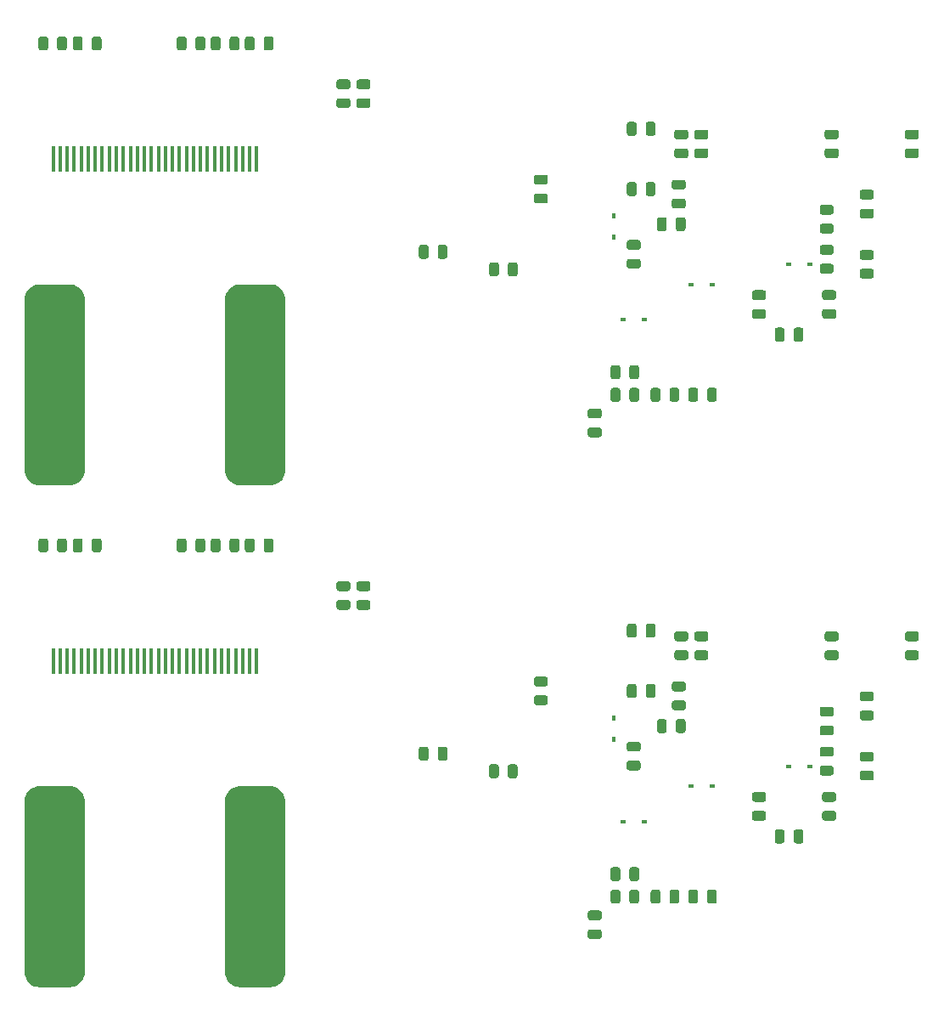
<source format=gbr>
%TF.GenerationSoftware,KiCad,Pcbnew,(5.99.0-3349-gc9824bbd9)*%
%TF.CreationDate,2020-09-17T19:38:13-07:00*%
%TF.ProjectId,Panelized_Power_Supply,50616e65-6c69-47a6-9564-5f506f776572,rev?*%
%TF.SameCoordinates,Original*%
%TF.FileFunction,Paste,Bot*%
%TF.FilePolarity,Positive*%
%FSLAX46Y46*%
G04 Gerber Fmt 4.6, Leading zero omitted, Abs format (unit mm)*
G04 Created by KiCad (PCBNEW (5.99.0-3349-gc9824bbd9)) date 2020-09-17 19:38:13*
%MOMM*%
%LPD*%
G01*
G04 APERTURE LIST*
%ADD10R,0.400000X2.500000*%
%ADD11R,0.450000X0.600000*%
%ADD12R,0.600000X0.450000*%
G04 APERTURE END LIST*
D10*
%TO.C,U10*%
X21850000Y-76500000D03*
X22550000Y-76500000D03*
X23250000Y-76500000D03*
X23950000Y-76500000D03*
X24650000Y-76500000D03*
X25350000Y-76500000D03*
X26050000Y-76500000D03*
X26750000Y-76500000D03*
X27450000Y-76500000D03*
X28150000Y-76500000D03*
X28850000Y-76500000D03*
X29550000Y-76500000D03*
X30250000Y-76500000D03*
X30950000Y-76500000D03*
X31650000Y-76500000D03*
X32350000Y-76500000D03*
X33050000Y-76500000D03*
X33750000Y-76500000D03*
X34450000Y-76500000D03*
X35150000Y-76500000D03*
X35850000Y-76500000D03*
X36550000Y-76500000D03*
X37250000Y-76500000D03*
X37950000Y-76500000D03*
X38650000Y-76500000D03*
X39350000Y-76500000D03*
X40050000Y-76500000D03*
X40750000Y-76500000D03*
X41450000Y-76500000D03*
X42150000Y-76500000D03*
%TD*%
%TO.C,J3*%
G36*
X23742221Y-89009554D02*
G01*
X23978169Y-89067710D01*
X24201732Y-89162961D01*
X24407121Y-89292841D01*
X24589016Y-89453986D01*
X24742706Y-89642222D01*
X24864210Y-89852674D01*
X24950382Y-90079892D01*
X24998990Y-90317990D01*
X25005000Y-90417343D01*
X25005000Y-107561936D01*
X24990446Y-107742221D01*
X24932290Y-107978169D01*
X24837039Y-108201732D01*
X24707159Y-108407121D01*
X24546014Y-108589016D01*
X24357778Y-108742706D01*
X24147326Y-108864210D01*
X23920108Y-108950382D01*
X23682010Y-108998990D01*
X23582657Y-109005000D01*
X20438064Y-109005000D01*
X20257779Y-108990446D01*
X20021831Y-108932290D01*
X19798268Y-108837039D01*
X19592879Y-108707159D01*
X19410984Y-108546014D01*
X19257294Y-108357778D01*
X19135790Y-108147326D01*
X19049618Y-107920108D01*
X19001010Y-107682010D01*
X18995000Y-107582657D01*
X18995000Y-90438064D01*
X19009554Y-90257779D01*
X19067710Y-90021831D01*
X19162961Y-89798268D01*
X19292841Y-89592879D01*
X19453986Y-89410984D01*
X19642222Y-89257294D01*
X19852674Y-89135790D01*
X20079892Y-89049618D01*
X20317990Y-89001010D01*
X20417343Y-88995000D01*
X23561936Y-88995000D01*
X23742221Y-89009554D01*
G37*
%TD*%
%TO.C,C9*%
G36*
G01*
X83793750Y-78575000D02*
X84706250Y-78575000D01*
G75*
G02*
X84950000Y-78818750I0J-243750D01*
G01*
X84950000Y-79306250D01*
G75*
G02*
X84706250Y-79550000I-243750J0D01*
G01*
X83793750Y-79550000D01*
G75*
G02*
X83550000Y-79306250I0J243750D01*
G01*
X83550000Y-78818750D01*
G75*
G02*
X83793750Y-78575000I243750J0D01*
G01*
G37*
G36*
G01*
X83793750Y-80450000D02*
X84706250Y-80450000D01*
G75*
G02*
X84950000Y-80693750I0J-243750D01*
G01*
X84950000Y-81181250D01*
G75*
G02*
X84706250Y-81425000I-243750J0D01*
G01*
X83793750Y-81425000D01*
G75*
G02*
X83550000Y-81181250I0J243750D01*
G01*
X83550000Y-80693750D01*
G75*
G02*
X83793750Y-80450000I243750J0D01*
G01*
G37*
%TD*%
%TO.C,C23*%
G36*
G01*
X84956250Y-76425000D02*
X84043750Y-76425000D01*
G75*
G02*
X83800000Y-76181250I0J243750D01*
G01*
X83800000Y-75693750D01*
G75*
G02*
X84043750Y-75450000I243750J0D01*
G01*
X84956250Y-75450000D01*
G75*
G02*
X85200000Y-75693750I0J-243750D01*
G01*
X85200000Y-76181250D01*
G75*
G02*
X84956250Y-76425000I-243750J0D01*
G01*
G37*
G36*
G01*
X84956250Y-74550000D02*
X84043750Y-74550000D01*
G75*
G02*
X83800000Y-74306250I0J243750D01*
G01*
X83800000Y-73818750D01*
G75*
G02*
X84043750Y-73575000I243750J0D01*
G01*
X84956250Y-73575000D01*
G75*
G02*
X85200000Y-73818750I0J-243750D01*
G01*
X85200000Y-74306250D01*
G75*
G02*
X84956250Y-74550000I-243750J0D01*
G01*
G37*
%TD*%
%TO.C,C11*%
G36*
G01*
X92706250Y-92425000D02*
X91793750Y-92425000D01*
G75*
G02*
X91550000Y-92181250I0J243750D01*
G01*
X91550000Y-91693750D01*
G75*
G02*
X91793750Y-91450000I243750J0D01*
G01*
X92706250Y-91450000D01*
G75*
G02*
X92950000Y-91693750I0J-243750D01*
G01*
X92950000Y-92181250D01*
G75*
G02*
X92706250Y-92425000I-243750J0D01*
G01*
G37*
G36*
G01*
X92706250Y-90550000D02*
X91793750Y-90550000D01*
G75*
G02*
X91550000Y-90306250I0J243750D01*
G01*
X91550000Y-89818750D01*
G75*
G02*
X91793750Y-89575000I243750J0D01*
G01*
X92706250Y-89575000D01*
G75*
G02*
X92950000Y-89818750I0J-243750D01*
G01*
X92950000Y-90306250D01*
G75*
G02*
X92706250Y-90550000I-243750J0D01*
G01*
G37*
%TD*%
%TO.C,C17*%
G36*
G01*
X82075000Y-83456250D02*
X82075000Y-82543750D01*
G75*
G02*
X82318750Y-82300000I243750J0D01*
G01*
X82806250Y-82300000D01*
G75*
G02*
X83050000Y-82543750I0J-243750D01*
G01*
X83050000Y-83456250D01*
G75*
G02*
X82806250Y-83700000I-243750J0D01*
G01*
X82318750Y-83700000D01*
G75*
G02*
X82075000Y-83456250I0J243750D01*
G01*
G37*
G36*
G01*
X83950000Y-83456250D02*
X83950000Y-82543750D01*
G75*
G02*
X84193750Y-82300000I243750J0D01*
G01*
X84681250Y-82300000D01*
G75*
G02*
X84925000Y-82543750I0J-243750D01*
G01*
X84925000Y-83456250D01*
G75*
G02*
X84681250Y-83700000I-243750J0D01*
G01*
X84193750Y-83700000D01*
G75*
G02*
X83950000Y-83456250I0J243750D01*
G01*
G37*
%TD*%
%TO.C,C26*%
G36*
G01*
X79075000Y-79956250D02*
X79075000Y-79043750D01*
G75*
G02*
X79318750Y-78800000I243750J0D01*
G01*
X79806250Y-78800000D01*
G75*
G02*
X80050000Y-79043750I0J-243750D01*
G01*
X80050000Y-79956250D01*
G75*
G02*
X79806250Y-80200000I-243750J0D01*
G01*
X79318750Y-80200000D01*
G75*
G02*
X79075000Y-79956250I0J243750D01*
G01*
G37*
G36*
G01*
X80950000Y-79956250D02*
X80950000Y-79043750D01*
G75*
G02*
X81193750Y-78800000I243750J0D01*
G01*
X81681250Y-78800000D01*
G75*
G02*
X81925000Y-79043750I0J-243750D01*
G01*
X81925000Y-79956250D01*
G75*
G02*
X81681250Y-80200000I-243750J0D01*
G01*
X81193750Y-80200000D01*
G75*
G02*
X80950000Y-79956250I0J243750D01*
G01*
G37*
%TD*%
%TO.C,R7*%
G36*
G01*
X80295000Y-97293750D02*
X80295000Y-98206250D01*
G75*
G02*
X80051250Y-98450000I-243750J0D01*
G01*
X79563750Y-98450000D01*
G75*
G02*
X79320000Y-98206250I0J243750D01*
G01*
X79320000Y-97293750D01*
G75*
G02*
X79563750Y-97050000I243750J0D01*
G01*
X80051250Y-97050000D01*
G75*
G02*
X80295000Y-97293750I0J-243750D01*
G01*
G37*
G36*
G01*
X78420000Y-97293750D02*
X78420000Y-98206250D01*
G75*
G02*
X78176250Y-98450000I-243750J0D01*
G01*
X77688750Y-98450000D01*
G75*
G02*
X77445000Y-98206250I0J243750D01*
G01*
X77445000Y-97293750D01*
G75*
G02*
X77688750Y-97050000I243750J0D01*
G01*
X78176250Y-97050000D01*
G75*
G02*
X78420000Y-97293750I0J-243750D01*
G01*
G37*
%TD*%
%TO.C,R15*%
G36*
G01*
X34175000Y-65456250D02*
X34175000Y-64543750D01*
G75*
G02*
X34418750Y-64300000I243750J0D01*
G01*
X34906250Y-64300000D01*
G75*
G02*
X35150000Y-64543750I0J-243750D01*
G01*
X35150000Y-65456250D01*
G75*
G02*
X34906250Y-65700000I-243750J0D01*
G01*
X34418750Y-65700000D01*
G75*
G02*
X34175000Y-65456250I0J243750D01*
G01*
G37*
G36*
G01*
X36050000Y-65456250D02*
X36050000Y-64543750D01*
G75*
G02*
X36293750Y-64300000I243750J0D01*
G01*
X36781250Y-64300000D01*
G75*
G02*
X37025000Y-64543750I0J-243750D01*
G01*
X37025000Y-65456250D01*
G75*
G02*
X36781250Y-65700000I-243750J0D01*
G01*
X36293750Y-65700000D01*
G75*
G02*
X36050000Y-65456250I0J243750D01*
G01*
G37*
%TD*%
D11*
%TO.C,D7*%
X77750000Y-82200000D03*
X77750000Y-84300000D03*
%TD*%
%TO.C,C24*%
G36*
G01*
X81925000Y-73043750D02*
X81925000Y-73956250D01*
G75*
G02*
X81681250Y-74200000I-243750J0D01*
G01*
X81193750Y-74200000D01*
G75*
G02*
X80950000Y-73956250I0J243750D01*
G01*
X80950000Y-73043750D01*
G75*
G02*
X81193750Y-72800000I243750J0D01*
G01*
X81681250Y-72800000D01*
G75*
G02*
X81925000Y-73043750I0J-243750D01*
G01*
G37*
G36*
G01*
X80050000Y-73043750D02*
X80050000Y-73956250D01*
G75*
G02*
X79806250Y-74200000I-243750J0D01*
G01*
X79318750Y-74200000D01*
G75*
G02*
X79075000Y-73956250I0J243750D01*
G01*
X79075000Y-73043750D01*
G75*
G02*
X79318750Y-72800000I243750J0D01*
G01*
X79806250Y-72800000D01*
G75*
G02*
X80050000Y-73043750I0J-243750D01*
G01*
G37*
%TD*%
%TO.C,C19*%
G36*
G01*
X68175000Y-87043750D02*
X68175000Y-87956250D01*
G75*
G02*
X67931250Y-88200000I-243750J0D01*
G01*
X67443750Y-88200000D01*
G75*
G02*
X67200000Y-87956250I0J243750D01*
G01*
X67200000Y-87043750D01*
G75*
G02*
X67443750Y-86800000I243750J0D01*
G01*
X67931250Y-86800000D01*
G75*
G02*
X68175000Y-87043750I0J-243750D01*
G01*
G37*
G36*
G01*
X66300000Y-87043750D02*
X66300000Y-87956250D01*
G75*
G02*
X66056250Y-88200000I-243750J0D01*
G01*
X65568750Y-88200000D01*
G75*
G02*
X65325000Y-87956250I0J243750D01*
G01*
X65325000Y-87043750D01*
G75*
G02*
X65568750Y-86800000I243750J0D01*
G01*
X66056250Y-86800000D01*
G75*
G02*
X66300000Y-87043750I0J-243750D01*
G01*
G37*
%TD*%
%TO.C,C21*%
G36*
G01*
X70956250Y-80925000D02*
X70043750Y-80925000D01*
G75*
G02*
X69800000Y-80681250I0J243750D01*
G01*
X69800000Y-80193750D01*
G75*
G02*
X70043750Y-79950000I243750J0D01*
G01*
X70956250Y-79950000D01*
G75*
G02*
X71200000Y-80193750I0J-243750D01*
G01*
X71200000Y-80681250D01*
G75*
G02*
X70956250Y-80925000I-243750J0D01*
G01*
G37*
G36*
G01*
X70956250Y-79050000D02*
X70043750Y-79050000D01*
G75*
G02*
X69800000Y-78806250I0J243750D01*
G01*
X69800000Y-78318750D01*
G75*
G02*
X70043750Y-78075000I243750J0D01*
G01*
X70956250Y-78075000D01*
G75*
G02*
X71200000Y-78318750I0J-243750D01*
G01*
X71200000Y-78806250D01*
G75*
G02*
X70956250Y-79050000I-243750J0D01*
G01*
G37*
%TD*%
%TO.C,R1*%
G36*
G01*
X99043750Y-73575000D02*
X99956250Y-73575000D01*
G75*
G02*
X100200000Y-73818750I0J-243750D01*
G01*
X100200000Y-74306250D01*
G75*
G02*
X99956250Y-74550000I-243750J0D01*
G01*
X99043750Y-74550000D01*
G75*
G02*
X98800000Y-74306250I0J243750D01*
G01*
X98800000Y-73818750D01*
G75*
G02*
X99043750Y-73575000I243750J0D01*
G01*
G37*
G36*
G01*
X99043750Y-75450000D02*
X99956250Y-75450000D01*
G75*
G02*
X100200000Y-75693750I0J-243750D01*
G01*
X100200000Y-76181250D01*
G75*
G02*
X99956250Y-76425000I-243750J0D01*
G01*
X99043750Y-76425000D01*
G75*
G02*
X98800000Y-76181250I0J243750D01*
G01*
X98800000Y-75693750D01*
G75*
G02*
X99043750Y-75450000I243750J0D01*
G01*
G37*
%TD*%
%TO.C,C13*%
G36*
G01*
X77445000Y-100456250D02*
X77445000Y-99543750D01*
G75*
G02*
X77688750Y-99300000I243750J0D01*
G01*
X78176250Y-99300000D01*
G75*
G02*
X78420000Y-99543750I0J-243750D01*
G01*
X78420000Y-100456250D01*
G75*
G02*
X78176250Y-100700000I-243750J0D01*
G01*
X77688750Y-100700000D01*
G75*
G02*
X77445000Y-100456250I0J243750D01*
G01*
G37*
G36*
G01*
X79320000Y-100456250D02*
X79320000Y-99543750D01*
G75*
G02*
X79563750Y-99300000I243750J0D01*
G01*
X80051250Y-99300000D01*
G75*
G02*
X80295000Y-99543750I0J-243750D01*
G01*
X80295000Y-100456250D01*
G75*
G02*
X80051250Y-100700000I-243750J0D01*
G01*
X79563750Y-100700000D01*
G75*
G02*
X79320000Y-100456250I0J243750D01*
G01*
G37*
%TD*%
%TO.C,C22*%
G36*
G01*
X86043750Y-73575000D02*
X86956250Y-73575000D01*
G75*
G02*
X87200000Y-73818750I0J-243750D01*
G01*
X87200000Y-74306250D01*
G75*
G02*
X86956250Y-74550000I-243750J0D01*
G01*
X86043750Y-74550000D01*
G75*
G02*
X85800000Y-74306250I0J243750D01*
G01*
X85800000Y-73818750D01*
G75*
G02*
X86043750Y-73575000I243750J0D01*
G01*
G37*
G36*
G01*
X86043750Y-75450000D02*
X86956250Y-75450000D01*
G75*
G02*
X87200000Y-75693750I0J-243750D01*
G01*
X87200000Y-76181250D01*
G75*
G02*
X86956250Y-76425000I-243750J0D01*
G01*
X86043750Y-76425000D01*
G75*
G02*
X85800000Y-76181250I0J243750D01*
G01*
X85800000Y-75693750D01*
G75*
G02*
X86043750Y-75450000I243750J0D01*
G01*
G37*
%TD*%
%TO.C,C33*%
G36*
G01*
X23225000Y-64543750D02*
X23225000Y-65456250D01*
G75*
G02*
X22981250Y-65700000I-243750J0D01*
G01*
X22493750Y-65700000D01*
G75*
G02*
X22250000Y-65456250I0J243750D01*
G01*
X22250000Y-64543750D01*
G75*
G02*
X22493750Y-64300000I243750J0D01*
G01*
X22981250Y-64300000D01*
G75*
G02*
X23225000Y-64543750I0J-243750D01*
G01*
G37*
G36*
G01*
X21350000Y-64543750D02*
X21350000Y-65456250D01*
G75*
G02*
X21106250Y-65700000I-243750J0D01*
G01*
X20618750Y-65700000D01*
G75*
G02*
X20375000Y-65456250I0J243750D01*
G01*
X20375000Y-64543750D01*
G75*
G02*
X20618750Y-64300000I243750J0D01*
G01*
X21106250Y-64300000D01*
G75*
G02*
X21350000Y-64543750I0J-243750D01*
G01*
G37*
%TD*%
%TO.C,R12*%
G36*
G01*
X85195000Y-100456250D02*
X85195000Y-99543750D01*
G75*
G02*
X85438750Y-99300000I243750J0D01*
G01*
X85926250Y-99300000D01*
G75*
G02*
X86170000Y-99543750I0J-243750D01*
G01*
X86170000Y-100456250D01*
G75*
G02*
X85926250Y-100700000I-243750J0D01*
G01*
X85438750Y-100700000D01*
G75*
G02*
X85195000Y-100456250I0J243750D01*
G01*
G37*
G36*
G01*
X87070000Y-100456250D02*
X87070000Y-99543750D01*
G75*
G02*
X87313750Y-99300000I243750J0D01*
G01*
X87801250Y-99300000D01*
G75*
G02*
X88045000Y-99543750I0J-243750D01*
G01*
X88045000Y-100456250D01*
G75*
G02*
X87801250Y-100700000I-243750J0D01*
G01*
X87313750Y-100700000D01*
G75*
G02*
X87070000Y-100456250I0J243750D01*
G01*
G37*
%TD*%
%TO.C,R3*%
G36*
G01*
X99706250Y-92425000D02*
X98793750Y-92425000D01*
G75*
G02*
X98550000Y-92181250I0J243750D01*
G01*
X98550000Y-91693750D01*
G75*
G02*
X98793750Y-91450000I243750J0D01*
G01*
X99706250Y-91450000D01*
G75*
G02*
X99950000Y-91693750I0J-243750D01*
G01*
X99950000Y-92181250D01*
G75*
G02*
X99706250Y-92425000I-243750J0D01*
G01*
G37*
G36*
G01*
X99706250Y-90550000D02*
X98793750Y-90550000D01*
G75*
G02*
X98550000Y-90306250I0J243750D01*
G01*
X98550000Y-89818750D01*
G75*
G02*
X98793750Y-89575000I243750J0D01*
G01*
X99706250Y-89575000D01*
G75*
G02*
X99950000Y-89818750I0J-243750D01*
G01*
X99950000Y-90306250D01*
G75*
G02*
X99706250Y-90550000I-243750J0D01*
G01*
G37*
%TD*%
%TO.C,R2*%
G36*
G01*
X107043750Y-73575000D02*
X107956250Y-73575000D01*
G75*
G02*
X108200000Y-73818750I0J-243750D01*
G01*
X108200000Y-74306250D01*
G75*
G02*
X107956250Y-74550000I-243750J0D01*
G01*
X107043750Y-74550000D01*
G75*
G02*
X106800000Y-74306250I0J243750D01*
G01*
X106800000Y-73818750D01*
G75*
G02*
X107043750Y-73575000I243750J0D01*
G01*
G37*
G36*
G01*
X107043750Y-75450000D02*
X107956250Y-75450000D01*
G75*
G02*
X108200000Y-75693750I0J-243750D01*
G01*
X108200000Y-76181250D01*
G75*
G02*
X107956250Y-76425000I-243750J0D01*
G01*
X107043750Y-76425000D01*
G75*
G02*
X106800000Y-76181250I0J243750D01*
G01*
X106800000Y-75693750D01*
G75*
G02*
X107043750Y-75450000I243750J0D01*
G01*
G37*
%TD*%
%TO.C,C14*%
G36*
G01*
X75413750Y-101375000D02*
X76326250Y-101375000D01*
G75*
G02*
X76570000Y-101618750I0J-243750D01*
G01*
X76570000Y-102106250D01*
G75*
G02*
X76326250Y-102350000I-243750J0D01*
G01*
X75413750Y-102350000D01*
G75*
G02*
X75170000Y-102106250I0J243750D01*
G01*
X75170000Y-101618750D01*
G75*
G02*
X75413750Y-101375000I243750J0D01*
G01*
G37*
G36*
G01*
X75413750Y-103250000D02*
X76326250Y-103250000D01*
G75*
G02*
X76570000Y-103493750I0J-243750D01*
G01*
X76570000Y-103981250D01*
G75*
G02*
X76326250Y-104225000I-243750J0D01*
G01*
X75413750Y-104225000D01*
G75*
G02*
X75170000Y-103981250I0J243750D01*
G01*
X75170000Y-103493750D01*
G75*
G02*
X75413750Y-103250000I243750J0D01*
G01*
G37*
%TD*%
%TO.C,R5*%
G36*
G01*
X51256250Y-71425000D02*
X50343750Y-71425000D01*
G75*
G02*
X50100000Y-71181250I0J243750D01*
G01*
X50100000Y-70693750D01*
G75*
G02*
X50343750Y-70450000I243750J0D01*
G01*
X51256250Y-70450000D01*
G75*
G02*
X51500000Y-70693750I0J-243750D01*
G01*
X51500000Y-71181250D01*
G75*
G02*
X51256250Y-71425000I-243750J0D01*
G01*
G37*
G36*
G01*
X51256250Y-69550000D02*
X50343750Y-69550000D01*
G75*
G02*
X50100000Y-69306250I0J243750D01*
G01*
X50100000Y-68818750D01*
G75*
G02*
X50343750Y-68575000I243750J0D01*
G01*
X51256250Y-68575000D01*
G75*
G02*
X51500000Y-68818750I0J-243750D01*
G01*
X51500000Y-69306250D01*
G75*
G02*
X51256250Y-69550000I-243750J0D01*
G01*
G37*
%TD*%
%TO.C,C10*%
G36*
G01*
X99456250Y-87925000D02*
X98543750Y-87925000D01*
G75*
G02*
X98300000Y-87681250I0J243750D01*
G01*
X98300000Y-87193750D01*
G75*
G02*
X98543750Y-86950000I243750J0D01*
G01*
X99456250Y-86950000D01*
G75*
G02*
X99700000Y-87193750I0J-243750D01*
G01*
X99700000Y-87681250D01*
G75*
G02*
X99456250Y-87925000I-243750J0D01*
G01*
G37*
G36*
G01*
X99456250Y-86050000D02*
X98543750Y-86050000D01*
G75*
G02*
X98300000Y-85806250I0J243750D01*
G01*
X98300000Y-85318750D01*
G75*
G02*
X98543750Y-85075000I243750J0D01*
G01*
X99456250Y-85075000D01*
G75*
G02*
X99700000Y-85318750I0J-243750D01*
G01*
X99700000Y-85806250D01*
G75*
G02*
X99456250Y-86050000I-243750J0D01*
G01*
G37*
%TD*%
%TO.C,C31*%
G36*
G01*
X23825000Y-65456250D02*
X23825000Y-64543750D01*
G75*
G02*
X24068750Y-64300000I243750J0D01*
G01*
X24556250Y-64300000D01*
G75*
G02*
X24800000Y-64543750I0J-243750D01*
G01*
X24800000Y-65456250D01*
G75*
G02*
X24556250Y-65700000I-243750J0D01*
G01*
X24068750Y-65700000D01*
G75*
G02*
X23825000Y-65456250I0J243750D01*
G01*
G37*
G36*
G01*
X25700000Y-65456250D02*
X25700000Y-64543750D01*
G75*
G02*
X25943750Y-64300000I243750J0D01*
G01*
X26431250Y-64300000D01*
G75*
G02*
X26675000Y-64543750I0J-243750D01*
G01*
X26675000Y-65456250D01*
G75*
G02*
X26431250Y-65700000I-243750J0D01*
G01*
X25943750Y-65700000D01*
G75*
G02*
X25700000Y-65456250I0J243750D01*
G01*
G37*
%TD*%
%TO.C,C15*%
G36*
G01*
X79293750Y-84575000D02*
X80206250Y-84575000D01*
G75*
G02*
X80450000Y-84818750I0J-243750D01*
G01*
X80450000Y-85306250D01*
G75*
G02*
X80206250Y-85550000I-243750J0D01*
G01*
X79293750Y-85550000D01*
G75*
G02*
X79050000Y-85306250I0J243750D01*
G01*
X79050000Y-84818750D01*
G75*
G02*
X79293750Y-84575000I243750J0D01*
G01*
G37*
G36*
G01*
X79293750Y-86450000D02*
X80206250Y-86450000D01*
G75*
G02*
X80450000Y-86693750I0J-243750D01*
G01*
X80450000Y-87181250D01*
G75*
G02*
X80206250Y-87425000I-243750J0D01*
G01*
X79293750Y-87425000D01*
G75*
G02*
X79050000Y-87181250I0J243750D01*
G01*
X79050000Y-86693750D01*
G75*
G02*
X79293750Y-86450000I243750J0D01*
G01*
G37*
%TD*%
%TO.C,C3*%
G36*
G01*
X96675000Y-93543750D02*
X96675000Y-94456250D01*
G75*
G02*
X96431250Y-94700000I-243750J0D01*
G01*
X95943750Y-94700000D01*
G75*
G02*
X95700000Y-94456250I0J243750D01*
G01*
X95700000Y-93543750D01*
G75*
G02*
X95943750Y-93300000I243750J0D01*
G01*
X96431250Y-93300000D01*
G75*
G02*
X96675000Y-93543750I0J-243750D01*
G01*
G37*
G36*
G01*
X94800000Y-93543750D02*
X94800000Y-94456250D01*
G75*
G02*
X94556250Y-94700000I-243750J0D01*
G01*
X94068750Y-94700000D01*
G75*
G02*
X93825000Y-94456250I0J243750D01*
G01*
X93825000Y-93543750D01*
G75*
G02*
X94068750Y-93300000I243750J0D01*
G01*
X94556250Y-93300000D01*
G75*
G02*
X94800000Y-93543750I0J-243750D01*
G01*
G37*
%TD*%
%TO.C,C2*%
G36*
G01*
X98543750Y-81075000D02*
X99456250Y-81075000D01*
G75*
G02*
X99700000Y-81318750I0J-243750D01*
G01*
X99700000Y-81806250D01*
G75*
G02*
X99456250Y-82050000I-243750J0D01*
G01*
X98543750Y-82050000D01*
G75*
G02*
X98300000Y-81806250I0J243750D01*
G01*
X98300000Y-81318750D01*
G75*
G02*
X98543750Y-81075000I243750J0D01*
G01*
G37*
G36*
G01*
X98543750Y-82950000D02*
X99456250Y-82950000D01*
G75*
G02*
X99700000Y-83193750I0J-243750D01*
G01*
X99700000Y-83681250D01*
G75*
G02*
X99456250Y-83925000I-243750J0D01*
G01*
X98543750Y-83925000D01*
G75*
G02*
X98300000Y-83681250I0J243750D01*
G01*
X98300000Y-83193750D01*
G75*
G02*
X98543750Y-82950000I243750J0D01*
G01*
G37*
%TD*%
%TO.C,C8*%
G36*
G01*
X81445000Y-100456250D02*
X81445000Y-99543750D01*
G75*
G02*
X81688750Y-99300000I243750J0D01*
G01*
X82176250Y-99300000D01*
G75*
G02*
X82420000Y-99543750I0J-243750D01*
G01*
X82420000Y-100456250D01*
G75*
G02*
X82176250Y-100700000I-243750J0D01*
G01*
X81688750Y-100700000D01*
G75*
G02*
X81445000Y-100456250I0J243750D01*
G01*
G37*
G36*
G01*
X83320000Y-100456250D02*
X83320000Y-99543750D01*
G75*
G02*
X83563750Y-99300000I243750J0D01*
G01*
X84051250Y-99300000D01*
G75*
G02*
X84295000Y-99543750I0J-243750D01*
G01*
X84295000Y-100456250D01*
G75*
G02*
X84051250Y-100700000I-243750J0D01*
G01*
X83563750Y-100700000D01*
G75*
G02*
X83320000Y-100456250I0J243750D01*
G01*
G37*
%TD*%
%TO.C,C32*%
G36*
G01*
X37575000Y-65456250D02*
X37575000Y-64543750D01*
G75*
G02*
X37818750Y-64300000I243750J0D01*
G01*
X38306250Y-64300000D01*
G75*
G02*
X38550000Y-64543750I0J-243750D01*
G01*
X38550000Y-65456250D01*
G75*
G02*
X38306250Y-65700000I-243750J0D01*
G01*
X37818750Y-65700000D01*
G75*
G02*
X37575000Y-65456250I0J243750D01*
G01*
G37*
G36*
G01*
X39450000Y-65456250D02*
X39450000Y-64543750D01*
G75*
G02*
X39693750Y-64300000I243750J0D01*
G01*
X40181250Y-64300000D01*
G75*
G02*
X40425000Y-64543750I0J-243750D01*
G01*
X40425000Y-65456250D01*
G75*
G02*
X40181250Y-65700000I-243750J0D01*
G01*
X39693750Y-65700000D01*
G75*
G02*
X39450000Y-65456250I0J243750D01*
G01*
G37*
%TD*%
D12*
%TO.C,D8*%
X95200000Y-87000000D03*
X97300000Y-87000000D03*
%TD*%
%TO.C,R11*%
G36*
G01*
X102543750Y-79575000D02*
X103456250Y-79575000D01*
G75*
G02*
X103700000Y-79818750I0J-243750D01*
G01*
X103700000Y-80306250D01*
G75*
G02*
X103456250Y-80550000I-243750J0D01*
G01*
X102543750Y-80550000D01*
G75*
G02*
X102300000Y-80306250I0J243750D01*
G01*
X102300000Y-79818750D01*
G75*
G02*
X102543750Y-79575000I243750J0D01*
G01*
G37*
G36*
G01*
X102543750Y-81450000D02*
X103456250Y-81450000D01*
G75*
G02*
X103700000Y-81693750I0J-243750D01*
G01*
X103700000Y-82181250D01*
G75*
G02*
X103456250Y-82425000I-243750J0D01*
G01*
X102543750Y-82425000D01*
G75*
G02*
X102300000Y-82181250I0J243750D01*
G01*
X102300000Y-81693750D01*
G75*
G02*
X102543750Y-81450000I243750J0D01*
G01*
G37*
%TD*%
%TO.C,D5*%
X85450000Y-89000000D03*
X87550000Y-89000000D03*
%TD*%
%TO.C,R25*%
G36*
G01*
X58325000Y-86206250D02*
X58325000Y-85293750D01*
G75*
G02*
X58568750Y-85050000I243750J0D01*
G01*
X59056250Y-85050000D01*
G75*
G02*
X59300000Y-85293750I0J-243750D01*
G01*
X59300000Y-86206250D01*
G75*
G02*
X59056250Y-86450000I-243750J0D01*
G01*
X58568750Y-86450000D01*
G75*
G02*
X58325000Y-86206250I0J243750D01*
G01*
G37*
G36*
G01*
X60200000Y-86206250D02*
X60200000Y-85293750D01*
G75*
G02*
X60443750Y-85050000I243750J0D01*
G01*
X60931250Y-85050000D01*
G75*
G02*
X61175000Y-85293750I0J-243750D01*
G01*
X61175000Y-86206250D01*
G75*
G02*
X60931250Y-86450000I-243750J0D01*
G01*
X60443750Y-86450000D01*
G75*
G02*
X60200000Y-86206250I0J243750D01*
G01*
G37*
%TD*%
%TO.C,R14*%
G36*
G01*
X53256250Y-71425000D02*
X52343750Y-71425000D01*
G75*
G02*
X52100000Y-71181250I0J243750D01*
G01*
X52100000Y-70693750D01*
G75*
G02*
X52343750Y-70450000I243750J0D01*
G01*
X53256250Y-70450000D01*
G75*
G02*
X53500000Y-70693750I0J-243750D01*
G01*
X53500000Y-71181250D01*
G75*
G02*
X53256250Y-71425000I-243750J0D01*
G01*
G37*
G36*
G01*
X53256250Y-69550000D02*
X52343750Y-69550000D01*
G75*
G02*
X52100000Y-69306250I0J243750D01*
G01*
X52100000Y-68818750D01*
G75*
G02*
X52343750Y-68575000I243750J0D01*
G01*
X53256250Y-68575000D01*
G75*
G02*
X53500000Y-68818750I0J-243750D01*
G01*
X53500000Y-69306250D01*
G75*
G02*
X53256250Y-69550000I-243750J0D01*
G01*
G37*
%TD*%
%TO.C,J2*%
G36*
X43742221Y-89009554D02*
G01*
X43978169Y-89067710D01*
X44201732Y-89162961D01*
X44407121Y-89292841D01*
X44589016Y-89453986D01*
X44742706Y-89642222D01*
X44864210Y-89852674D01*
X44950382Y-90079892D01*
X44998990Y-90317990D01*
X45005000Y-90417343D01*
X45005000Y-107561936D01*
X44990446Y-107742221D01*
X44932290Y-107978169D01*
X44837039Y-108201732D01*
X44707159Y-108407121D01*
X44546014Y-108589016D01*
X44357778Y-108742706D01*
X44147326Y-108864210D01*
X43920108Y-108950382D01*
X43682010Y-108998990D01*
X43582657Y-109005000D01*
X40438064Y-109005000D01*
X40257779Y-108990446D01*
X40021831Y-108932290D01*
X39798268Y-108837039D01*
X39592879Y-108707159D01*
X39410984Y-108546014D01*
X39257294Y-108357778D01*
X39135790Y-108147326D01*
X39049618Y-107920108D01*
X39001010Y-107682010D01*
X38995000Y-107582657D01*
X38995000Y-90438064D01*
X39009554Y-90257779D01*
X39067710Y-90021831D01*
X39162961Y-89798268D01*
X39292841Y-89592879D01*
X39453986Y-89410984D01*
X39642222Y-89257294D01*
X39852674Y-89135790D01*
X40079892Y-89049618D01*
X40317990Y-89001010D01*
X40417343Y-88995000D01*
X43561936Y-88995000D01*
X43742221Y-89009554D01*
G37*
%TD*%
%TO.C,C34*%
G36*
G01*
X43825000Y-64543750D02*
X43825000Y-65456250D01*
G75*
G02*
X43581250Y-65700000I-243750J0D01*
G01*
X43093750Y-65700000D01*
G75*
G02*
X42850000Y-65456250I0J243750D01*
G01*
X42850000Y-64543750D01*
G75*
G02*
X43093750Y-64300000I243750J0D01*
G01*
X43581250Y-64300000D01*
G75*
G02*
X43825000Y-64543750I0J-243750D01*
G01*
G37*
G36*
G01*
X41950000Y-64543750D02*
X41950000Y-65456250D01*
G75*
G02*
X41706250Y-65700000I-243750J0D01*
G01*
X41218750Y-65700000D01*
G75*
G02*
X40975000Y-65456250I0J243750D01*
G01*
X40975000Y-64543750D01*
G75*
G02*
X41218750Y-64300000I243750J0D01*
G01*
X41706250Y-64300000D01*
G75*
G02*
X41950000Y-64543750I0J-243750D01*
G01*
G37*
%TD*%
%TO.C,R4*%
G36*
G01*
X103456250Y-88425000D02*
X102543750Y-88425000D01*
G75*
G02*
X102300000Y-88181250I0J243750D01*
G01*
X102300000Y-87693750D01*
G75*
G02*
X102543750Y-87450000I243750J0D01*
G01*
X103456250Y-87450000D01*
G75*
G02*
X103700000Y-87693750I0J-243750D01*
G01*
X103700000Y-88181250D01*
G75*
G02*
X103456250Y-88425000I-243750J0D01*
G01*
G37*
G36*
G01*
X103456250Y-86550000D02*
X102543750Y-86550000D01*
G75*
G02*
X102300000Y-86306250I0J243750D01*
G01*
X102300000Y-85818750D01*
G75*
G02*
X102543750Y-85575000I243750J0D01*
G01*
X103456250Y-85575000D01*
G75*
G02*
X103700000Y-85818750I0J-243750D01*
G01*
X103700000Y-86306250D01*
G75*
G02*
X103456250Y-86550000I-243750J0D01*
G01*
G37*
%TD*%
%TO.C,D6*%
X78700000Y-92500000D03*
X80800000Y-92500000D03*
%TD*%
D10*
%TO.C,U10*%
X21850000Y-26500000D03*
X22550000Y-26500000D03*
X23250000Y-26500000D03*
X23950000Y-26500000D03*
X24650000Y-26500000D03*
X25350000Y-26500000D03*
X26050000Y-26500000D03*
X26750000Y-26500000D03*
X27450000Y-26500000D03*
X28150000Y-26500000D03*
X28850000Y-26500000D03*
X29550000Y-26500000D03*
X30250000Y-26500000D03*
X30950000Y-26500000D03*
X31650000Y-26500000D03*
X32350000Y-26500000D03*
X33050000Y-26500000D03*
X33750000Y-26500000D03*
X34450000Y-26500000D03*
X35150000Y-26500000D03*
X35850000Y-26500000D03*
X36550000Y-26500000D03*
X37250000Y-26500000D03*
X37950000Y-26500000D03*
X38650000Y-26500000D03*
X39350000Y-26500000D03*
X40050000Y-26500000D03*
X40750000Y-26500000D03*
X41450000Y-26500000D03*
X42150000Y-26500000D03*
%TD*%
%TO.C,J3*%
G36*
X23742221Y-39009554D02*
G01*
X23978169Y-39067710D01*
X24201732Y-39162961D01*
X24407121Y-39292841D01*
X24589016Y-39453986D01*
X24742706Y-39642222D01*
X24864210Y-39852674D01*
X24950382Y-40079892D01*
X24998990Y-40317990D01*
X25005000Y-40417343D01*
X25005000Y-57561936D01*
X24990446Y-57742221D01*
X24932290Y-57978169D01*
X24837039Y-58201732D01*
X24707159Y-58407121D01*
X24546014Y-58589016D01*
X24357778Y-58742706D01*
X24147326Y-58864210D01*
X23920108Y-58950382D01*
X23682010Y-58998990D01*
X23582657Y-59005000D01*
X20438064Y-59005000D01*
X20257779Y-58990446D01*
X20021831Y-58932290D01*
X19798268Y-58837039D01*
X19592879Y-58707159D01*
X19410984Y-58546014D01*
X19257294Y-58357778D01*
X19135790Y-58147326D01*
X19049618Y-57920108D01*
X19001010Y-57682010D01*
X18995000Y-57582657D01*
X18995000Y-40438064D01*
X19009554Y-40257779D01*
X19067710Y-40021831D01*
X19162961Y-39798268D01*
X19292841Y-39592879D01*
X19453986Y-39410984D01*
X19642222Y-39257294D01*
X19852674Y-39135790D01*
X20079892Y-39049618D01*
X20317990Y-39001010D01*
X20417343Y-38995000D01*
X23561936Y-38995000D01*
X23742221Y-39009554D01*
G37*
%TD*%
%TO.C,J2*%
G36*
X43742221Y-39009554D02*
G01*
X43978169Y-39067710D01*
X44201732Y-39162961D01*
X44407121Y-39292841D01*
X44589016Y-39453986D01*
X44742706Y-39642222D01*
X44864210Y-39852674D01*
X44950382Y-40079892D01*
X44998990Y-40317990D01*
X45005000Y-40417343D01*
X45005000Y-57561936D01*
X44990446Y-57742221D01*
X44932290Y-57978169D01*
X44837039Y-58201732D01*
X44707159Y-58407121D01*
X44546014Y-58589016D01*
X44357778Y-58742706D01*
X44147326Y-58864210D01*
X43920108Y-58950382D01*
X43682010Y-58998990D01*
X43582657Y-59005000D01*
X40438064Y-59005000D01*
X40257779Y-58990446D01*
X40021831Y-58932290D01*
X39798268Y-58837039D01*
X39592879Y-58707159D01*
X39410984Y-58546014D01*
X39257294Y-58357778D01*
X39135790Y-58147326D01*
X39049618Y-57920108D01*
X39001010Y-57682010D01*
X38995000Y-57582657D01*
X38995000Y-40438064D01*
X39009554Y-40257779D01*
X39067710Y-40021831D01*
X39162961Y-39798268D01*
X39292841Y-39592879D01*
X39453986Y-39410984D01*
X39642222Y-39257294D01*
X39852674Y-39135790D01*
X40079892Y-39049618D01*
X40317990Y-39001010D01*
X40417343Y-38995000D01*
X43561936Y-38995000D01*
X43742221Y-39009554D01*
G37*
%TD*%
%TO.C,C32*%
G36*
G01*
X37575000Y-15456250D02*
X37575000Y-14543750D01*
G75*
G02*
X37818750Y-14300000I243750J0D01*
G01*
X38306250Y-14300000D01*
G75*
G02*
X38550000Y-14543750I0J-243750D01*
G01*
X38550000Y-15456250D01*
G75*
G02*
X38306250Y-15700000I-243750J0D01*
G01*
X37818750Y-15700000D01*
G75*
G02*
X37575000Y-15456250I0J243750D01*
G01*
G37*
G36*
G01*
X39450000Y-15456250D02*
X39450000Y-14543750D01*
G75*
G02*
X39693750Y-14300000I243750J0D01*
G01*
X40181250Y-14300000D01*
G75*
G02*
X40425000Y-14543750I0J-243750D01*
G01*
X40425000Y-15456250D01*
G75*
G02*
X40181250Y-15700000I-243750J0D01*
G01*
X39693750Y-15700000D01*
G75*
G02*
X39450000Y-15456250I0J243750D01*
G01*
G37*
%TD*%
D12*
%TO.C,D6*%
X78700000Y-42500000D03*
X80800000Y-42500000D03*
%TD*%
%TO.C,R14*%
G36*
G01*
X53256250Y-21425000D02*
X52343750Y-21425000D01*
G75*
G02*
X52100000Y-21181250I0J243750D01*
G01*
X52100000Y-20693750D01*
G75*
G02*
X52343750Y-20450000I243750J0D01*
G01*
X53256250Y-20450000D01*
G75*
G02*
X53500000Y-20693750I0J-243750D01*
G01*
X53500000Y-21181250D01*
G75*
G02*
X53256250Y-21425000I-243750J0D01*
G01*
G37*
G36*
G01*
X53256250Y-19550000D02*
X52343750Y-19550000D01*
G75*
G02*
X52100000Y-19306250I0J243750D01*
G01*
X52100000Y-18818750D01*
G75*
G02*
X52343750Y-18575000I243750J0D01*
G01*
X53256250Y-18575000D01*
G75*
G02*
X53500000Y-18818750I0J-243750D01*
G01*
X53500000Y-19306250D01*
G75*
G02*
X53256250Y-19550000I-243750J0D01*
G01*
G37*
%TD*%
%TO.C,C3*%
G36*
G01*
X96675000Y-43543750D02*
X96675000Y-44456250D01*
G75*
G02*
X96431250Y-44700000I-243750J0D01*
G01*
X95943750Y-44700000D01*
G75*
G02*
X95700000Y-44456250I0J243750D01*
G01*
X95700000Y-43543750D01*
G75*
G02*
X95943750Y-43300000I243750J0D01*
G01*
X96431250Y-43300000D01*
G75*
G02*
X96675000Y-43543750I0J-243750D01*
G01*
G37*
G36*
G01*
X94800000Y-43543750D02*
X94800000Y-44456250D01*
G75*
G02*
X94556250Y-44700000I-243750J0D01*
G01*
X94068750Y-44700000D01*
G75*
G02*
X93825000Y-44456250I0J243750D01*
G01*
X93825000Y-43543750D01*
G75*
G02*
X94068750Y-43300000I243750J0D01*
G01*
X94556250Y-43300000D01*
G75*
G02*
X94800000Y-43543750I0J-243750D01*
G01*
G37*
%TD*%
%TO.C,C8*%
G36*
G01*
X81445000Y-50456250D02*
X81445000Y-49543750D01*
G75*
G02*
X81688750Y-49300000I243750J0D01*
G01*
X82176250Y-49300000D01*
G75*
G02*
X82420000Y-49543750I0J-243750D01*
G01*
X82420000Y-50456250D01*
G75*
G02*
X82176250Y-50700000I-243750J0D01*
G01*
X81688750Y-50700000D01*
G75*
G02*
X81445000Y-50456250I0J243750D01*
G01*
G37*
G36*
G01*
X83320000Y-50456250D02*
X83320000Y-49543750D01*
G75*
G02*
X83563750Y-49300000I243750J0D01*
G01*
X84051250Y-49300000D01*
G75*
G02*
X84295000Y-49543750I0J-243750D01*
G01*
X84295000Y-50456250D01*
G75*
G02*
X84051250Y-50700000I-243750J0D01*
G01*
X83563750Y-50700000D01*
G75*
G02*
X83320000Y-50456250I0J243750D01*
G01*
G37*
%TD*%
%TO.C,C2*%
G36*
G01*
X98543750Y-31075000D02*
X99456250Y-31075000D01*
G75*
G02*
X99700000Y-31318750I0J-243750D01*
G01*
X99700000Y-31806250D01*
G75*
G02*
X99456250Y-32050000I-243750J0D01*
G01*
X98543750Y-32050000D01*
G75*
G02*
X98300000Y-31806250I0J243750D01*
G01*
X98300000Y-31318750D01*
G75*
G02*
X98543750Y-31075000I243750J0D01*
G01*
G37*
G36*
G01*
X98543750Y-32950000D02*
X99456250Y-32950000D01*
G75*
G02*
X99700000Y-33193750I0J-243750D01*
G01*
X99700000Y-33681250D01*
G75*
G02*
X99456250Y-33925000I-243750J0D01*
G01*
X98543750Y-33925000D01*
G75*
G02*
X98300000Y-33681250I0J243750D01*
G01*
X98300000Y-33193750D01*
G75*
G02*
X98543750Y-32950000I243750J0D01*
G01*
G37*
%TD*%
%TO.C,R11*%
G36*
G01*
X102543750Y-29575000D02*
X103456250Y-29575000D01*
G75*
G02*
X103700000Y-29818750I0J-243750D01*
G01*
X103700000Y-30306250D01*
G75*
G02*
X103456250Y-30550000I-243750J0D01*
G01*
X102543750Y-30550000D01*
G75*
G02*
X102300000Y-30306250I0J243750D01*
G01*
X102300000Y-29818750D01*
G75*
G02*
X102543750Y-29575000I243750J0D01*
G01*
G37*
G36*
G01*
X102543750Y-31450000D02*
X103456250Y-31450000D01*
G75*
G02*
X103700000Y-31693750I0J-243750D01*
G01*
X103700000Y-32181250D01*
G75*
G02*
X103456250Y-32425000I-243750J0D01*
G01*
X102543750Y-32425000D01*
G75*
G02*
X102300000Y-32181250I0J243750D01*
G01*
X102300000Y-31693750D01*
G75*
G02*
X102543750Y-31450000I243750J0D01*
G01*
G37*
%TD*%
%TO.C,D8*%
X95200000Y-37000000D03*
X97300000Y-37000000D03*
%TD*%
%TO.C,R4*%
G36*
G01*
X103456250Y-38425000D02*
X102543750Y-38425000D01*
G75*
G02*
X102300000Y-38181250I0J243750D01*
G01*
X102300000Y-37693750D01*
G75*
G02*
X102543750Y-37450000I243750J0D01*
G01*
X103456250Y-37450000D01*
G75*
G02*
X103700000Y-37693750I0J-243750D01*
G01*
X103700000Y-38181250D01*
G75*
G02*
X103456250Y-38425000I-243750J0D01*
G01*
G37*
G36*
G01*
X103456250Y-36550000D02*
X102543750Y-36550000D01*
G75*
G02*
X102300000Y-36306250I0J243750D01*
G01*
X102300000Y-35818750D01*
G75*
G02*
X102543750Y-35575000I243750J0D01*
G01*
X103456250Y-35575000D01*
G75*
G02*
X103700000Y-35818750I0J-243750D01*
G01*
X103700000Y-36306250D01*
G75*
G02*
X103456250Y-36550000I-243750J0D01*
G01*
G37*
%TD*%
%TO.C,C34*%
G36*
G01*
X43825000Y-14543750D02*
X43825000Y-15456250D01*
G75*
G02*
X43581250Y-15700000I-243750J0D01*
G01*
X43093750Y-15700000D01*
G75*
G02*
X42850000Y-15456250I0J243750D01*
G01*
X42850000Y-14543750D01*
G75*
G02*
X43093750Y-14300000I243750J0D01*
G01*
X43581250Y-14300000D01*
G75*
G02*
X43825000Y-14543750I0J-243750D01*
G01*
G37*
G36*
G01*
X41950000Y-14543750D02*
X41950000Y-15456250D01*
G75*
G02*
X41706250Y-15700000I-243750J0D01*
G01*
X41218750Y-15700000D01*
G75*
G02*
X40975000Y-15456250I0J243750D01*
G01*
X40975000Y-14543750D01*
G75*
G02*
X41218750Y-14300000I243750J0D01*
G01*
X41706250Y-14300000D01*
G75*
G02*
X41950000Y-14543750I0J-243750D01*
G01*
G37*
%TD*%
%TO.C,R25*%
G36*
G01*
X58325000Y-36206250D02*
X58325000Y-35293750D01*
G75*
G02*
X58568750Y-35050000I243750J0D01*
G01*
X59056250Y-35050000D01*
G75*
G02*
X59300000Y-35293750I0J-243750D01*
G01*
X59300000Y-36206250D01*
G75*
G02*
X59056250Y-36450000I-243750J0D01*
G01*
X58568750Y-36450000D01*
G75*
G02*
X58325000Y-36206250I0J243750D01*
G01*
G37*
G36*
G01*
X60200000Y-36206250D02*
X60200000Y-35293750D01*
G75*
G02*
X60443750Y-35050000I243750J0D01*
G01*
X60931250Y-35050000D01*
G75*
G02*
X61175000Y-35293750I0J-243750D01*
G01*
X61175000Y-36206250D01*
G75*
G02*
X60931250Y-36450000I-243750J0D01*
G01*
X60443750Y-36450000D01*
G75*
G02*
X60200000Y-36206250I0J243750D01*
G01*
G37*
%TD*%
%TO.C,D5*%
X85450000Y-39000000D03*
X87550000Y-39000000D03*
%TD*%
%TO.C,C15*%
G36*
G01*
X79293750Y-34575000D02*
X80206250Y-34575000D01*
G75*
G02*
X80450000Y-34818750I0J-243750D01*
G01*
X80450000Y-35306250D01*
G75*
G02*
X80206250Y-35550000I-243750J0D01*
G01*
X79293750Y-35550000D01*
G75*
G02*
X79050000Y-35306250I0J243750D01*
G01*
X79050000Y-34818750D01*
G75*
G02*
X79293750Y-34575000I243750J0D01*
G01*
G37*
G36*
G01*
X79293750Y-36450000D02*
X80206250Y-36450000D01*
G75*
G02*
X80450000Y-36693750I0J-243750D01*
G01*
X80450000Y-37181250D01*
G75*
G02*
X80206250Y-37425000I-243750J0D01*
G01*
X79293750Y-37425000D01*
G75*
G02*
X79050000Y-37181250I0J243750D01*
G01*
X79050000Y-36693750D01*
G75*
G02*
X79293750Y-36450000I243750J0D01*
G01*
G37*
%TD*%
%TO.C,C31*%
G36*
G01*
X23825000Y-15456250D02*
X23825000Y-14543750D01*
G75*
G02*
X24068750Y-14300000I243750J0D01*
G01*
X24556250Y-14300000D01*
G75*
G02*
X24800000Y-14543750I0J-243750D01*
G01*
X24800000Y-15456250D01*
G75*
G02*
X24556250Y-15700000I-243750J0D01*
G01*
X24068750Y-15700000D01*
G75*
G02*
X23825000Y-15456250I0J243750D01*
G01*
G37*
G36*
G01*
X25700000Y-15456250D02*
X25700000Y-14543750D01*
G75*
G02*
X25943750Y-14300000I243750J0D01*
G01*
X26431250Y-14300000D01*
G75*
G02*
X26675000Y-14543750I0J-243750D01*
G01*
X26675000Y-15456250D01*
G75*
G02*
X26431250Y-15700000I-243750J0D01*
G01*
X25943750Y-15700000D01*
G75*
G02*
X25700000Y-15456250I0J243750D01*
G01*
G37*
%TD*%
%TO.C,C10*%
G36*
G01*
X99456250Y-37925000D02*
X98543750Y-37925000D01*
G75*
G02*
X98300000Y-37681250I0J243750D01*
G01*
X98300000Y-37193750D01*
G75*
G02*
X98543750Y-36950000I243750J0D01*
G01*
X99456250Y-36950000D01*
G75*
G02*
X99700000Y-37193750I0J-243750D01*
G01*
X99700000Y-37681250D01*
G75*
G02*
X99456250Y-37925000I-243750J0D01*
G01*
G37*
G36*
G01*
X99456250Y-36050000D02*
X98543750Y-36050000D01*
G75*
G02*
X98300000Y-35806250I0J243750D01*
G01*
X98300000Y-35318750D01*
G75*
G02*
X98543750Y-35075000I243750J0D01*
G01*
X99456250Y-35075000D01*
G75*
G02*
X99700000Y-35318750I0J-243750D01*
G01*
X99700000Y-35806250D01*
G75*
G02*
X99456250Y-36050000I-243750J0D01*
G01*
G37*
%TD*%
%TO.C,R5*%
G36*
G01*
X51256250Y-21425000D02*
X50343750Y-21425000D01*
G75*
G02*
X50100000Y-21181250I0J243750D01*
G01*
X50100000Y-20693750D01*
G75*
G02*
X50343750Y-20450000I243750J0D01*
G01*
X51256250Y-20450000D01*
G75*
G02*
X51500000Y-20693750I0J-243750D01*
G01*
X51500000Y-21181250D01*
G75*
G02*
X51256250Y-21425000I-243750J0D01*
G01*
G37*
G36*
G01*
X51256250Y-19550000D02*
X50343750Y-19550000D01*
G75*
G02*
X50100000Y-19306250I0J243750D01*
G01*
X50100000Y-18818750D01*
G75*
G02*
X50343750Y-18575000I243750J0D01*
G01*
X51256250Y-18575000D01*
G75*
G02*
X51500000Y-18818750I0J-243750D01*
G01*
X51500000Y-19306250D01*
G75*
G02*
X51256250Y-19550000I-243750J0D01*
G01*
G37*
%TD*%
%TO.C,C14*%
G36*
G01*
X75413750Y-51375000D02*
X76326250Y-51375000D01*
G75*
G02*
X76570000Y-51618750I0J-243750D01*
G01*
X76570000Y-52106250D01*
G75*
G02*
X76326250Y-52350000I-243750J0D01*
G01*
X75413750Y-52350000D01*
G75*
G02*
X75170000Y-52106250I0J243750D01*
G01*
X75170000Y-51618750D01*
G75*
G02*
X75413750Y-51375000I243750J0D01*
G01*
G37*
G36*
G01*
X75413750Y-53250000D02*
X76326250Y-53250000D01*
G75*
G02*
X76570000Y-53493750I0J-243750D01*
G01*
X76570000Y-53981250D01*
G75*
G02*
X76326250Y-54225000I-243750J0D01*
G01*
X75413750Y-54225000D01*
G75*
G02*
X75170000Y-53981250I0J243750D01*
G01*
X75170000Y-53493750D01*
G75*
G02*
X75413750Y-53250000I243750J0D01*
G01*
G37*
%TD*%
%TO.C,R2*%
G36*
G01*
X107043750Y-23575000D02*
X107956250Y-23575000D01*
G75*
G02*
X108200000Y-23818750I0J-243750D01*
G01*
X108200000Y-24306250D01*
G75*
G02*
X107956250Y-24550000I-243750J0D01*
G01*
X107043750Y-24550000D01*
G75*
G02*
X106800000Y-24306250I0J243750D01*
G01*
X106800000Y-23818750D01*
G75*
G02*
X107043750Y-23575000I243750J0D01*
G01*
G37*
G36*
G01*
X107043750Y-25450000D02*
X107956250Y-25450000D01*
G75*
G02*
X108200000Y-25693750I0J-243750D01*
G01*
X108200000Y-26181250D01*
G75*
G02*
X107956250Y-26425000I-243750J0D01*
G01*
X107043750Y-26425000D01*
G75*
G02*
X106800000Y-26181250I0J243750D01*
G01*
X106800000Y-25693750D01*
G75*
G02*
X107043750Y-25450000I243750J0D01*
G01*
G37*
%TD*%
%TO.C,R3*%
G36*
G01*
X99706250Y-42425000D02*
X98793750Y-42425000D01*
G75*
G02*
X98550000Y-42181250I0J243750D01*
G01*
X98550000Y-41693750D01*
G75*
G02*
X98793750Y-41450000I243750J0D01*
G01*
X99706250Y-41450000D01*
G75*
G02*
X99950000Y-41693750I0J-243750D01*
G01*
X99950000Y-42181250D01*
G75*
G02*
X99706250Y-42425000I-243750J0D01*
G01*
G37*
G36*
G01*
X99706250Y-40550000D02*
X98793750Y-40550000D01*
G75*
G02*
X98550000Y-40306250I0J243750D01*
G01*
X98550000Y-39818750D01*
G75*
G02*
X98793750Y-39575000I243750J0D01*
G01*
X99706250Y-39575000D01*
G75*
G02*
X99950000Y-39818750I0J-243750D01*
G01*
X99950000Y-40306250D01*
G75*
G02*
X99706250Y-40550000I-243750J0D01*
G01*
G37*
%TD*%
%TO.C,R12*%
G36*
G01*
X85195000Y-50456250D02*
X85195000Y-49543750D01*
G75*
G02*
X85438750Y-49300000I243750J0D01*
G01*
X85926250Y-49300000D01*
G75*
G02*
X86170000Y-49543750I0J-243750D01*
G01*
X86170000Y-50456250D01*
G75*
G02*
X85926250Y-50700000I-243750J0D01*
G01*
X85438750Y-50700000D01*
G75*
G02*
X85195000Y-50456250I0J243750D01*
G01*
G37*
G36*
G01*
X87070000Y-50456250D02*
X87070000Y-49543750D01*
G75*
G02*
X87313750Y-49300000I243750J0D01*
G01*
X87801250Y-49300000D01*
G75*
G02*
X88045000Y-49543750I0J-243750D01*
G01*
X88045000Y-50456250D01*
G75*
G02*
X87801250Y-50700000I-243750J0D01*
G01*
X87313750Y-50700000D01*
G75*
G02*
X87070000Y-50456250I0J243750D01*
G01*
G37*
%TD*%
%TO.C,C33*%
G36*
G01*
X23225000Y-14543750D02*
X23225000Y-15456250D01*
G75*
G02*
X22981250Y-15700000I-243750J0D01*
G01*
X22493750Y-15700000D01*
G75*
G02*
X22250000Y-15456250I0J243750D01*
G01*
X22250000Y-14543750D01*
G75*
G02*
X22493750Y-14300000I243750J0D01*
G01*
X22981250Y-14300000D01*
G75*
G02*
X23225000Y-14543750I0J-243750D01*
G01*
G37*
G36*
G01*
X21350000Y-14543750D02*
X21350000Y-15456250D01*
G75*
G02*
X21106250Y-15700000I-243750J0D01*
G01*
X20618750Y-15700000D01*
G75*
G02*
X20375000Y-15456250I0J243750D01*
G01*
X20375000Y-14543750D01*
G75*
G02*
X20618750Y-14300000I243750J0D01*
G01*
X21106250Y-14300000D01*
G75*
G02*
X21350000Y-14543750I0J-243750D01*
G01*
G37*
%TD*%
%TO.C,C22*%
G36*
G01*
X86043750Y-23575000D02*
X86956250Y-23575000D01*
G75*
G02*
X87200000Y-23818750I0J-243750D01*
G01*
X87200000Y-24306250D01*
G75*
G02*
X86956250Y-24550000I-243750J0D01*
G01*
X86043750Y-24550000D01*
G75*
G02*
X85800000Y-24306250I0J243750D01*
G01*
X85800000Y-23818750D01*
G75*
G02*
X86043750Y-23575000I243750J0D01*
G01*
G37*
G36*
G01*
X86043750Y-25450000D02*
X86956250Y-25450000D01*
G75*
G02*
X87200000Y-25693750I0J-243750D01*
G01*
X87200000Y-26181250D01*
G75*
G02*
X86956250Y-26425000I-243750J0D01*
G01*
X86043750Y-26425000D01*
G75*
G02*
X85800000Y-26181250I0J243750D01*
G01*
X85800000Y-25693750D01*
G75*
G02*
X86043750Y-25450000I243750J0D01*
G01*
G37*
%TD*%
%TO.C,C13*%
G36*
G01*
X77445000Y-50456250D02*
X77445000Y-49543750D01*
G75*
G02*
X77688750Y-49300000I243750J0D01*
G01*
X78176250Y-49300000D01*
G75*
G02*
X78420000Y-49543750I0J-243750D01*
G01*
X78420000Y-50456250D01*
G75*
G02*
X78176250Y-50700000I-243750J0D01*
G01*
X77688750Y-50700000D01*
G75*
G02*
X77445000Y-50456250I0J243750D01*
G01*
G37*
G36*
G01*
X79320000Y-50456250D02*
X79320000Y-49543750D01*
G75*
G02*
X79563750Y-49300000I243750J0D01*
G01*
X80051250Y-49300000D01*
G75*
G02*
X80295000Y-49543750I0J-243750D01*
G01*
X80295000Y-50456250D01*
G75*
G02*
X80051250Y-50700000I-243750J0D01*
G01*
X79563750Y-50700000D01*
G75*
G02*
X79320000Y-50456250I0J243750D01*
G01*
G37*
%TD*%
%TO.C,R1*%
G36*
G01*
X99043750Y-23575000D02*
X99956250Y-23575000D01*
G75*
G02*
X100200000Y-23818750I0J-243750D01*
G01*
X100200000Y-24306250D01*
G75*
G02*
X99956250Y-24550000I-243750J0D01*
G01*
X99043750Y-24550000D01*
G75*
G02*
X98800000Y-24306250I0J243750D01*
G01*
X98800000Y-23818750D01*
G75*
G02*
X99043750Y-23575000I243750J0D01*
G01*
G37*
G36*
G01*
X99043750Y-25450000D02*
X99956250Y-25450000D01*
G75*
G02*
X100200000Y-25693750I0J-243750D01*
G01*
X100200000Y-26181250D01*
G75*
G02*
X99956250Y-26425000I-243750J0D01*
G01*
X99043750Y-26425000D01*
G75*
G02*
X98800000Y-26181250I0J243750D01*
G01*
X98800000Y-25693750D01*
G75*
G02*
X99043750Y-25450000I243750J0D01*
G01*
G37*
%TD*%
%TO.C,C21*%
G36*
G01*
X70956250Y-30925000D02*
X70043750Y-30925000D01*
G75*
G02*
X69800000Y-30681250I0J243750D01*
G01*
X69800000Y-30193750D01*
G75*
G02*
X70043750Y-29950000I243750J0D01*
G01*
X70956250Y-29950000D01*
G75*
G02*
X71200000Y-30193750I0J-243750D01*
G01*
X71200000Y-30681250D01*
G75*
G02*
X70956250Y-30925000I-243750J0D01*
G01*
G37*
G36*
G01*
X70956250Y-29050000D02*
X70043750Y-29050000D01*
G75*
G02*
X69800000Y-28806250I0J243750D01*
G01*
X69800000Y-28318750D01*
G75*
G02*
X70043750Y-28075000I243750J0D01*
G01*
X70956250Y-28075000D01*
G75*
G02*
X71200000Y-28318750I0J-243750D01*
G01*
X71200000Y-28806250D01*
G75*
G02*
X70956250Y-29050000I-243750J0D01*
G01*
G37*
%TD*%
%TO.C,C19*%
G36*
G01*
X68175000Y-37043750D02*
X68175000Y-37956250D01*
G75*
G02*
X67931250Y-38200000I-243750J0D01*
G01*
X67443750Y-38200000D01*
G75*
G02*
X67200000Y-37956250I0J243750D01*
G01*
X67200000Y-37043750D01*
G75*
G02*
X67443750Y-36800000I243750J0D01*
G01*
X67931250Y-36800000D01*
G75*
G02*
X68175000Y-37043750I0J-243750D01*
G01*
G37*
G36*
G01*
X66300000Y-37043750D02*
X66300000Y-37956250D01*
G75*
G02*
X66056250Y-38200000I-243750J0D01*
G01*
X65568750Y-38200000D01*
G75*
G02*
X65325000Y-37956250I0J243750D01*
G01*
X65325000Y-37043750D01*
G75*
G02*
X65568750Y-36800000I243750J0D01*
G01*
X66056250Y-36800000D01*
G75*
G02*
X66300000Y-37043750I0J-243750D01*
G01*
G37*
%TD*%
%TO.C,C24*%
G36*
G01*
X81925000Y-23043750D02*
X81925000Y-23956250D01*
G75*
G02*
X81681250Y-24200000I-243750J0D01*
G01*
X81193750Y-24200000D01*
G75*
G02*
X80950000Y-23956250I0J243750D01*
G01*
X80950000Y-23043750D01*
G75*
G02*
X81193750Y-22800000I243750J0D01*
G01*
X81681250Y-22800000D01*
G75*
G02*
X81925000Y-23043750I0J-243750D01*
G01*
G37*
G36*
G01*
X80050000Y-23043750D02*
X80050000Y-23956250D01*
G75*
G02*
X79806250Y-24200000I-243750J0D01*
G01*
X79318750Y-24200000D01*
G75*
G02*
X79075000Y-23956250I0J243750D01*
G01*
X79075000Y-23043750D01*
G75*
G02*
X79318750Y-22800000I243750J0D01*
G01*
X79806250Y-22800000D01*
G75*
G02*
X80050000Y-23043750I0J-243750D01*
G01*
G37*
%TD*%
D11*
%TO.C,D7*%
X77750000Y-32200000D03*
X77750000Y-34300000D03*
%TD*%
%TO.C,R15*%
G36*
G01*
X34175000Y-15456250D02*
X34175000Y-14543750D01*
G75*
G02*
X34418750Y-14300000I243750J0D01*
G01*
X34906250Y-14300000D01*
G75*
G02*
X35150000Y-14543750I0J-243750D01*
G01*
X35150000Y-15456250D01*
G75*
G02*
X34906250Y-15700000I-243750J0D01*
G01*
X34418750Y-15700000D01*
G75*
G02*
X34175000Y-15456250I0J243750D01*
G01*
G37*
G36*
G01*
X36050000Y-15456250D02*
X36050000Y-14543750D01*
G75*
G02*
X36293750Y-14300000I243750J0D01*
G01*
X36781250Y-14300000D01*
G75*
G02*
X37025000Y-14543750I0J-243750D01*
G01*
X37025000Y-15456250D01*
G75*
G02*
X36781250Y-15700000I-243750J0D01*
G01*
X36293750Y-15700000D01*
G75*
G02*
X36050000Y-15456250I0J243750D01*
G01*
G37*
%TD*%
%TO.C,R7*%
G36*
G01*
X80295000Y-47293750D02*
X80295000Y-48206250D01*
G75*
G02*
X80051250Y-48450000I-243750J0D01*
G01*
X79563750Y-48450000D01*
G75*
G02*
X79320000Y-48206250I0J243750D01*
G01*
X79320000Y-47293750D01*
G75*
G02*
X79563750Y-47050000I243750J0D01*
G01*
X80051250Y-47050000D01*
G75*
G02*
X80295000Y-47293750I0J-243750D01*
G01*
G37*
G36*
G01*
X78420000Y-47293750D02*
X78420000Y-48206250D01*
G75*
G02*
X78176250Y-48450000I-243750J0D01*
G01*
X77688750Y-48450000D01*
G75*
G02*
X77445000Y-48206250I0J243750D01*
G01*
X77445000Y-47293750D01*
G75*
G02*
X77688750Y-47050000I243750J0D01*
G01*
X78176250Y-47050000D01*
G75*
G02*
X78420000Y-47293750I0J-243750D01*
G01*
G37*
%TD*%
%TO.C,C26*%
G36*
G01*
X79075000Y-29956250D02*
X79075000Y-29043750D01*
G75*
G02*
X79318750Y-28800000I243750J0D01*
G01*
X79806250Y-28800000D01*
G75*
G02*
X80050000Y-29043750I0J-243750D01*
G01*
X80050000Y-29956250D01*
G75*
G02*
X79806250Y-30200000I-243750J0D01*
G01*
X79318750Y-30200000D01*
G75*
G02*
X79075000Y-29956250I0J243750D01*
G01*
G37*
G36*
G01*
X80950000Y-29956250D02*
X80950000Y-29043750D01*
G75*
G02*
X81193750Y-28800000I243750J0D01*
G01*
X81681250Y-28800000D01*
G75*
G02*
X81925000Y-29043750I0J-243750D01*
G01*
X81925000Y-29956250D01*
G75*
G02*
X81681250Y-30200000I-243750J0D01*
G01*
X81193750Y-30200000D01*
G75*
G02*
X80950000Y-29956250I0J243750D01*
G01*
G37*
%TD*%
%TO.C,C17*%
G36*
G01*
X82075000Y-33456250D02*
X82075000Y-32543750D01*
G75*
G02*
X82318750Y-32300000I243750J0D01*
G01*
X82806250Y-32300000D01*
G75*
G02*
X83050000Y-32543750I0J-243750D01*
G01*
X83050000Y-33456250D01*
G75*
G02*
X82806250Y-33700000I-243750J0D01*
G01*
X82318750Y-33700000D01*
G75*
G02*
X82075000Y-33456250I0J243750D01*
G01*
G37*
G36*
G01*
X83950000Y-33456250D02*
X83950000Y-32543750D01*
G75*
G02*
X84193750Y-32300000I243750J0D01*
G01*
X84681250Y-32300000D01*
G75*
G02*
X84925000Y-32543750I0J-243750D01*
G01*
X84925000Y-33456250D01*
G75*
G02*
X84681250Y-33700000I-243750J0D01*
G01*
X84193750Y-33700000D01*
G75*
G02*
X83950000Y-33456250I0J243750D01*
G01*
G37*
%TD*%
%TO.C,C11*%
G36*
G01*
X92706250Y-42425000D02*
X91793750Y-42425000D01*
G75*
G02*
X91550000Y-42181250I0J243750D01*
G01*
X91550000Y-41693750D01*
G75*
G02*
X91793750Y-41450000I243750J0D01*
G01*
X92706250Y-41450000D01*
G75*
G02*
X92950000Y-41693750I0J-243750D01*
G01*
X92950000Y-42181250D01*
G75*
G02*
X92706250Y-42425000I-243750J0D01*
G01*
G37*
G36*
G01*
X92706250Y-40550000D02*
X91793750Y-40550000D01*
G75*
G02*
X91550000Y-40306250I0J243750D01*
G01*
X91550000Y-39818750D01*
G75*
G02*
X91793750Y-39575000I243750J0D01*
G01*
X92706250Y-39575000D01*
G75*
G02*
X92950000Y-39818750I0J-243750D01*
G01*
X92950000Y-40306250D01*
G75*
G02*
X92706250Y-40550000I-243750J0D01*
G01*
G37*
%TD*%
%TO.C,C23*%
G36*
G01*
X84956250Y-26425000D02*
X84043750Y-26425000D01*
G75*
G02*
X83800000Y-26181250I0J243750D01*
G01*
X83800000Y-25693750D01*
G75*
G02*
X84043750Y-25450000I243750J0D01*
G01*
X84956250Y-25450000D01*
G75*
G02*
X85200000Y-25693750I0J-243750D01*
G01*
X85200000Y-26181250D01*
G75*
G02*
X84956250Y-26425000I-243750J0D01*
G01*
G37*
G36*
G01*
X84956250Y-24550000D02*
X84043750Y-24550000D01*
G75*
G02*
X83800000Y-24306250I0J243750D01*
G01*
X83800000Y-23818750D01*
G75*
G02*
X84043750Y-23575000I243750J0D01*
G01*
X84956250Y-23575000D01*
G75*
G02*
X85200000Y-23818750I0J-243750D01*
G01*
X85200000Y-24306250D01*
G75*
G02*
X84956250Y-24550000I-243750J0D01*
G01*
G37*
%TD*%
%TO.C,C9*%
G36*
G01*
X83793750Y-28575000D02*
X84706250Y-28575000D01*
G75*
G02*
X84950000Y-28818750I0J-243750D01*
G01*
X84950000Y-29306250D01*
G75*
G02*
X84706250Y-29550000I-243750J0D01*
G01*
X83793750Y-29550000D01*
G75*
G02*
X83550000Y-29306250I0J243750D01*
G01*
X83550000Y-28818750D01*
G75*
G02*
X83793750Y-28575000I243750J0D01*
G01*
G37*
G36*
G01*
X83793750Y-30450000D02*
X84706250Y-30450000D01*
G75*
G02*
X84950000Y-30693750I0J-243750D01*
G01*
X84950000Y-31181250D01*
G75*
G02*
X84706250Y-31425000I-243750J0D01*
G01*
X83793750Y-31425000D01*
G75*
G02*
X83550000Y-31181250I0J243750D01*
G01*
X83550000Y-30693750D01*
G75*
G02*
X83793750Y-30450000I243750J0D01*
G01*
G37*
%TD*%
M02*

</source>
